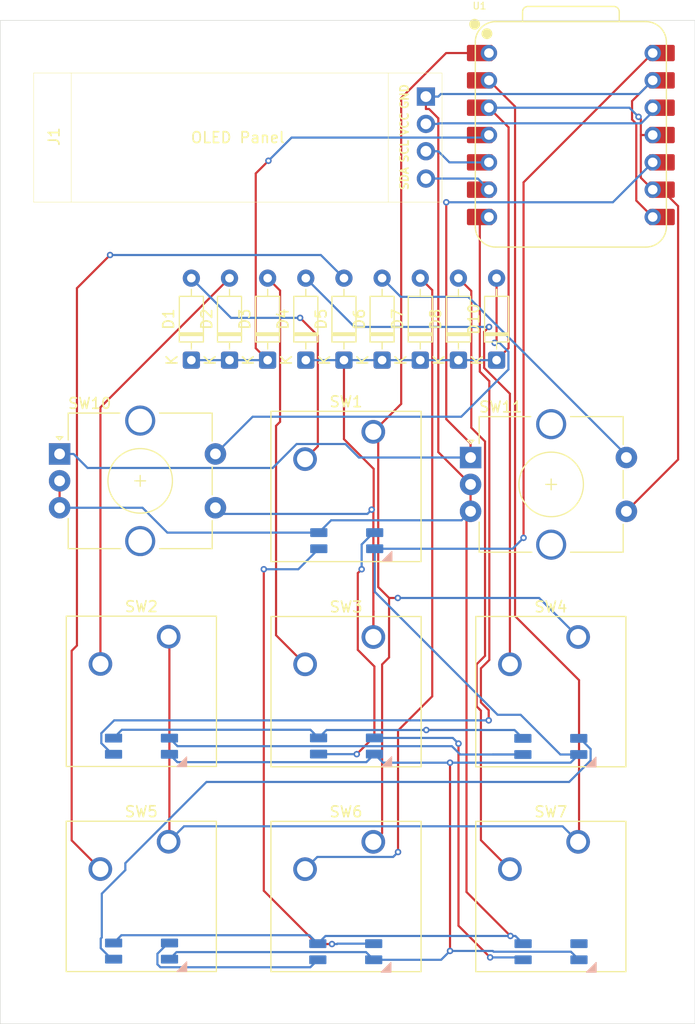
<source format=kicad_pcb>
(kicad_pcb (version 20241229) (generator "pcbnew") (generator_version "9.0")
  (layers (0 "F.Cu" signal) (2 "B.Cu" signal) (13 "F.Paste" user) (15 "B.Paste" user) (5 "F.SilkS" user "F.Silkscreen") (7 "B.SilkS" user "B.Silkscreen") (1 "F.Mask" user) (3 "B.Mask" user) (25 "Edge.Cuts" user))
  (net 0 "")
  (net 1 "Net-(D1-K)")
  (net 2 "Net-(D1-A)")
  (net 3 "Net-(D2-A)")
  (net 4 "Net-(D3-A)")
  (net 5 "Net-(D4-A)")
  (net 6 "Net-(D10-K)")
  (net 7 "Net-(D5-A)")
  (net 8 "Net-(D6-A)")
  (net 9 "Net-(D7-A)")
  (net 10 "Net-(D8-A)")
  (net 11 "Net-(D10-A)")
  (net 12 "+5V")
  (net 13 "GND")
  (net 14 "Net-(D12-DIN)")
  (net 15 "Net-(D12-DOUT)")
  (net 16 "Net-(D13-DOUT)")
  (net 17 "Net-(D14-DOUT)")
  (net 18 "Net-(D15-DOUT)")
  (net 19 "Net-(D16-DOUT)")
  (net 20 "Net-(D17-DOUT)")
  (net 22 "Net-(J1-Pin_2)")
  (net 23 "Net-(J1-Pin_3)")
  (net 24 "Net-(J1-Pin_4)")
  (net 25 "Net-(U1-GPIO26{slash}ADC0{slash}A0)")
  (net 26 "Net-(U1-GPIO27{slash}ADC1{slash}A1)")
  (net 27 "Net-(U1-GPIO4{slash}MISO)")
  (footprint "Diode_THT:D_DO-35_SOD27_P7.62mm_Horizontal" (layer "F.Cu") (at 106.07 65.45 90)
    (property "Reference" "D7" (at 3.81 -2.12 90) (layer "F.SilkS"))
    (property "Value" "1N4148")
    (fp_text user "K" (at 0 -1.8 90) (layer "F.SilkS"))
    (pad "1" thru_hole roundrect (at 0 0 90) (size 1.6 1.6) (drill 0.8) (layers "*.Cu" "*.Mask") (roundrect_rratio 0.15625) (net 6 "Net-(D10-K)"))
    (pad "2" thru_hole circle (at 7.62 0 90) (size 1.6 1.6) (drill 0.8) (layers "*.Cu" "*.Mask") (net 9 "Net-(D7-A)"))
  )
  (footprint "Diode_THT:D_DO-35_SOD27_P7.62mm_Horizontal" (layer "F.Cu") (at 95.42 65.45 90)
    (property "Reference" "D4" (at 3.81 -2.12 90) (layer "F.SilkS"))
    (property "Value" "1N4148")
    (fp_text user "K" (at 0 -1.8 90) (layer "F.SilkS"))
    (pad "1" thru_hole roundrect (at 0 0 90) (size 1.6 1.6) (drill 0.8) (layers "*.Cu" "*.Mask") (roundrect_rratio 0.15625) (net 6 "Net-(D10-K)"))
    (pad "2" thru_hole circle (at 7.62 0 90) (size 1.6 1.6) (drill 0.8) (layers "*.Cu" "*.Mask") (net 5 "Net-(D4-A)"))
  )
  (footprint "Diode_THT:D_DO-35_SOD27_P7.62mm_Horizontal" (layer "F.Cu") (at 91.87 65.45 90)
    (property "Reference" "D3" (at 3.81 -2.12 90) (layer "F.SilkS"))
    (property "Value" "1N4148")
    (fp_text user "K" (at 0 -1.8 90) (layer "F.SilkS"))
    (pad "1" thru_hole roundrect (at 0 0 90) (size 1.6 1.6) (drill 0.8) (layers "*.Cu" "*.Mask") (roundrect_rratio 0.15625) (net 1 "Net-(D1-K)"))
    (pad "2" thru_hole circle (at 7.62 0 90) (size 1.6 1.6) (drill 0.8) (layers "*.Cu" "*.Mask") (net 4 "Net-(D3-A)"))
  )
  (footprint "Diode_THT:D_DO-35_SOD27_P7.62mm_Horizontal" (layer "F.Cu") (at 88.32 65.45 90)
    (property "Reference" "D2" (at 3.81 -2.12 90) (layer "F.SilkS"))
    (property "Value" "1N4148")
    (fp_text user "K" (at 0 -1.8 90) (layer "F.SilkS"))
    (pad "1" thru_hole roundrect (at 0 0 90) (size 1.6 1.6) (drill 0.8) (layers "*.Cu" "*.Mask") (roundrect_rratio 0.15625) (net 1 "Net-(D1-K)"))
    (pad "2" thru_hole circle (at 7.62 0 90) (size 1.6 1.6) (drill 0.8) (layers "*.Cu" "*.Mask") (net 3 "Net-(D2-A)"))
  )
  (footprint "Diode_THT:D_DO-35_SOD27_P7.62mm_Horizontal" (layer "F.Cu") (at 109.62 65.45 90)
    (property "Reference" "D8" (at 3.81 -2.12 90) (layer "F.SilkS"))
    (property "Value" "1N4148")
    (fp_text user "K" (at 0 -1.8 90) (layer "F.SilkS"))
    (pad "1" thru_hole roundrect (at 0 0 90) (size 1.6 1.6) (drill 0.8) (layers "*.Cu" "*.Mask") (roundrect_rratio 0.15625) (net 6 "Net-(D10-K)"))
    (pad "2" thru_hole circle (at 7.62 0 90) (size 1.6 1.6) (drill 0.8) (layers "*.Cu" "*.Mask") (net 10 "Net-(D8-A)"))
  )
  (footprint "Diode_THT:D_DO-35_SOD27_P7.62mm_Horizontal" (layer "F.Cu") (at 98.97 65.45 90)
    (property "Reference" "D5" (at 3.81 -2.12 90) (layer "F.SilkS"))
    (property "Value" "1N4148")
    (fp_text user "K" (at 0 -1.8 90) (layer "F.SilkS"))
    (pad "1" thru_hole roundrect (at 0 0 90) (size 1.6 1.6) (drill 0.8) (layers "*.Cu" "*.Mask") (roundrect_rratio 0.15625) (net 6 "Net-(D10-K)"))
    (pad "2" thru_hole circle (at 7.62 0 90) (size 1.6 1.6) (drill 0.8) (layers "*.Cu" "*.Mask") (net 7 "Net-(D5-A)"))
  )
  (footprint "Button_Switch_Keyboard:SW_Cherry_MX_1.00u_PCB" (layer "F.Cu") (at 120.76 110.22)
    (property "Reference" "SW7" (at -2.54 -2.794 0) (layer "F.SilkS"))
    (property "Value" "SW_Push")
    (pad "" np_thru_hole circle (at -7.62 5.08) (size 1.7 1.7) (drill 1.7) (layers "*.Cu" "*.Mask"))
    (pad "" np_thru_hole circle (at -2.54 5.08) (size 4 4) (drill 4) (layers "*.Cu" "*.Mask"))
    (pad "" np_thru_hole circle (at 2.54 5.08) (size 1.7 1.7) (drill 1.7) (layers "*.Cu" "*.Mask"))
    (pad "1" thru_hole circle (at 0 0) (size 2.2 2.2) (drill 1.5) (layers "*.Cu" "*.Mask") (net 26 "Net-(U1-GPIO27{slash}ADC1{slash}A1)"))
    (pad "2" thru_hole circle (at -6.35 2.54) (size 2.2 2.2) (drill 1.5) (layers "*.Cu" "*.Mask") (net 10 "Net-(D8-A)"))
  )
  (footprint "leds:MX_SK6812MINI-E" (layer "F.Cu") (at 99.23 77.15)
    (property "Reference" "D16" (hide yes))
    (property "Value" "SK6812")
    (pad "1" smd roundrect (at -2.6 4.329999 270) (size 0.82 1.6) (layers "B.Cu" "B.Mask" "B.Paste") (roundrect_rratio 0.1) (net 13 "GND"))
    (pad "2" smd roundrect (at -2.6 5.829999 270) (size 0.82 1.6) (layers "B.Cu" "B.Mask" "B.Paste") (roundrect_rratio 0.1) (net 18 "Net-(D15-DOUT)"))
    (pad "3" smd roundrect (at 2.6 5.829999 270) (size 0.82 1.6) (layers "B.Cu" "B.Mask" "B.Paste") (roundrect_rratio 0.1) (net 12 "+5V"))
    (pad "4" smd roundrect (at 2.6 4.329999 270) (size 0.82 1.6) (layers "B.Cu" "B.Mask" "B.Paste") (roundrect_rratio 0.1) (net 19 "Net-(D16-DOUT)"))
  )
  (footprint "Diode_THT:D_DO-35_SOD27_P7.62mm_Horizontal" (layer "F.Cu") (at 84.77 65.45 90)
    (property "Reference" "D1" (at 3.81 -2.12 90) (layer "F.SilkS"))
    (property "Value" "1N4148")
    (fp_text user "K" (at 0 -1.8 90) (layer "F.SilkS"))
    (pad "1" thru_hole roundrect (at 0 0 90) (size 1.6 1.6) (drill 0.8) (layers "*.Cu" "*.Mask") (roundrect_rratio 0.15625) (net 1 "Net-(D1-K)"))
    (pad "2" thru_hole circle (at 7.62 0 90) (size 1.6 1.6) (drill 0.8) (layers "*.Cu" "*.Mask") (net 2 "Net-(D1-A)"))
  )
  (footprint "OLED:SSD1306-0.91-OLED-4pin-128x32 (2)" (layer "F.Cu") (at 70.095 38.765)
    (property "Reference" "J1" (at 1.9 5.91 90) (layer "F.SilkS"))
    (property "Value" "Conn_01x04_MountingPin")
    (fp_text user "GND" (at 34.5 2.19 270) (layer "F.SilkS") (effects (font (size 0.75 0.75))))
    (fp_text user "SDA" (at 34.5 9.81 270) (layer "F.SilkS") (effects (font (size 0.75 0.75))))
    (fp_text user "VCC" (at 34.5 4.73 270) (layer "F.SilkS") (effects (font (size 0.75 0.75))))
    (fp_text user "OLED Panel" (at 19 6 0) (layer "F.SilkS"))
    (fp_text user "SCL" (at 34.5 7.27 270) (layer "F.SilkS") (effects (font (size 0.75 0.75))))
    (pad "1" thru_hole rect (at 36.5 2.19) (size 1.7 1.7) (drill 1) (layers "*.Cu" "*.Mask") (net 13 "GND"))
    (pad "2" thru_hole oval (at 36.5 4.73) (size 1.7 1.7) (drill 1) (layers "*.Cu" "*.Mask") (net 22 "Net-(J1-Pin_2)"))
    (pad "3" thru_hole oval (at 36.5 7.27) (size 1.7 1.7) (drill 1) (layers "*.Cu" "*.Mask") (net 23 "Net-(J1-Pin_3)"))
    (pad "4" thru_hole oval (at 36.5 9.81) (size 1.7 1.7) (drill 1) (layers "*.Cu" "*.Mask") (net 24 "Net-(J1-Pin_4)"))
  )
  (footprint "Button_Switch_Keyboard:SW_Cherry_MX_1.00u_PCB" (layer "F.Cu") (at 101.7 72.11)
    (property "Reference" "SW1" (at -2.54 -2.794 0) (layer "F.SilkS"))
    (property "Value" "SW_Push")
    (pad "" np_thru_hole circle (at -7.62 5.08) (size 1.7 1.7) (drill 1.7) (layers "*.Cu" "*.Mask"))
    (pad "" np_thru_hole circle (at -2.54 5.08) (size 4 4) (drill 4) (layers "*.Cu" "*.Mask"))
    (pad "" np_thru_hole circle (at 2.54 5.08) (size 1.7 1.7) (drill 1.7) (layers "*.Cu" "*.Mask"))
    (pad "1" thru_hole circle (at 0 0) (size 2.2 2.2) (drill 1.5) (layers "*.Cu" "*.Mask") (net 25 "Net-(U1-GPIO26{slash}ADC0{slash}A0)"))
    (pad "2" thru_hole circle (at -6.35 2.54) (size 2.2 2.2) (drill 1.5) (layers "*.Cu" "*.Mask") (net 2 "Net-(D1-A)"))
  )
  (footprint "Button_Switch_Keyboard:SW_Cherry_MX_1.00u_PCB" (layer "F.Cu") (at 82.66 91.15)
    (property "Reference" "SW2" (at -2.54 -2.794 0) (layer "F.SilkS"))
    (property "Value" "SW_Push")
    (pad "" np_thru_hole circle (at -7.62 5.08) (size 1.7 1.7) (drill 1.7) (layers "*.Cu" "*.Mask"))
    (pad "" np_thru_hole circle (at -2.54 5.08) (size 4 4) (drill 4) (layers "*.Cu" "*.Mask"))
    (pad "" np_thru_hole circle (at 2.54 5.08) (size 1.7 1.7) (drill 1.7) (layers "*.Cu" "*.Mask"))
    (pad "1" thru_hole circle (at 0 0) (size 2.2 2.2) (drill 1.5) (layers "*.Cu" "*.Mask") (net 26 "Net-(U1-GPIO27{slash}ADC1{slash}A1)"))
    (pad "2" thru_hole circle (at -6.35 2.54) (size 2.2 2.2) (drill 1.5) (layers "*.Cu" "*.Mask") (net 3 "Net-(D2-A)"))
  )
  (footprint "Rotary_Encoder:RotaryEncoder_Alps_EC12E-Switch_Vertical_H20mm_CircularMountingHoles" (layer "F.Cu") (at 110.75 74.5)
    (property "Reference" "SW11" (at 2.8 -4.7 0) (layer "F.SilkS"))
    (property "Value" "RotaryEncoder_Switch")
    (pad "A" thru_hole rect (at 0 0) (size 2 2) (drill 1) (layers "*.Cu" "*.Mask") (net 27 "Net-(U1-GPIO4{slash}MISO)"))
    (pad "B" thru_hole circle (at 0 5) (size 2 2) (drill 1) (layers "*.Cu" "*.Mask") (net 13 "GND"))
    (pad "C" thru_hole circle (at 0 2.5) (size 2 2) (drill 1) (layers "*.Cu" "*.Mask") (net 13 "GND"))
    (pad "MP" thru_hole circle (at 7.5 -3.1) (size 2.8 2.8) (drill 2.2) (layers "*.Cu" "*.Mask"))
    (pad "MP" thru_hole circle (at 7.5 8.1) (size 2.8 2.8) (drill 2.2) (layers "*.Cu" "*.Mask"))
    (pad "S1" thru_hole circle (at 14.5 0) (size 2 2) (drill 1) (layers "*.Cu" "*.Mask") (net 8 "Net-(D6-A)"))
    (pad "S2" thru_hole circle (at 14.5 5) (size 2 2) (drill 1) (layers "*.Cu" "*.Mask") (net 6 "Net-(D10-K)"))
  )
  (footprint "Button_Switch_Keyboard:SW_Cherry_MX_1.00u_PCB" (layer "F.Cu") (at 101.7066 91.1822)
    (property "Reference" "SW3" (at -2.54 -2.794 0) (layer "F.SilkS"))
    (property "Value" "SW_Push")
    (pad "" np_thru_hole circle (at -7.62 5.08) (size 1.7 1.7) (drill 1.7) (layers "*.Cu" "*.Mask"))
    (pad "" np_thru_hole circle (at -2.54 5.08) (size 4 4) (drill 4) (layers "*.Cu" "*.Mask"))
    (pad "" np_thru_hole circle (at 2.54 5.08) (size 1.7 1.7) (drill 1.7) (layers "*.Cu" "*.Mask"))
    (pad "1" thru_hole circle (at 0 0) (size 2.2 2.2) (drill 1.5) (layers "*.Cu" "*.Mask") (net 6 "Net-(D10-K)"))
    (pad "2" thru_hole circle (at -6.35 2.54) (size 2.2 2.2) (drill 1.5) (layers "*.Cu" "*.Mask") (net 4 "Net-(D3-A)"))
  )
  (footprint "leds:MX_SK6812MINI-E" (layer "F.Cu") (at 118.2175 96.2725)
    (property "Reference" "D13" (hide yes))
    (property "Value" "SK6812")
    (pad "1" smd roundrect (at -2.6 4.329999 270) (size 0.82 1.6) (layers "B.Cu" "B.Mask" "B.Paste") (roundrect_rratio 0.1) (net 13 "GND"))
    (pad "2" smd roundrect (at -2.6 5.829999 270) (size 0.82 1.6) (layers "B.Cu" "B.Mask" "B.Paste") (roundrect_rratio 0.1) (net 15 "Net-(D12-DOUT)"))
    (pad "3" smd roundrect (at 2.6 5.829999 270) (size 0.82 1.6) (layers "B.Cu" "B.Mask" "B.Paste") (roundrect_rratio 0.1) (net 12 "+5V"))
    (pad "4" smd roundrect (at 2.6 4.329999 270) (size 0.82 1.6) (layers "B.Cu" "B.Mask" "B.Paste") (roundrect_rratio 0.1) (net 16 "Net-(D13-DOUT)"))
  )
  (footprint "Button_Switch_Keyboard:SW_Cherry_MX_1.00u_PCB" (layer "F.Cu") (at 101.7 110.22)
    (property "Reference" "SW6" (at -2.54 -2.794 0) (layer "F.SilkS"))
    (property "Value" "SW_Push")
    (pad "" np_thru_hole circle (at -7.62 5.08) (size 1.7 1.7) (drill 1.7) (layers "*.Cu" "*.Mask"))
    (pad "" np_thru_hole circle (at -2.54 5.08) (size 4 4) (drill 4) (layers "*.Cu" "*.Mask"))
    (pad "" np_thru_hole circle (at 2.54 5.08) (size 1.7 1.7) (drill 1.7) (layers "*.Cu" "*.Mask"))
    (pad "1" thru_hole circle (at 0 0) (size 2.2 2.2) (drill 1.5) (layers "*.Cu" "*.Mask") (net 25 "Net-(U1-GPIO26{slash}ADC0{slash}A0)"))
    (pad "2" thru_hole circle (at -6.35 2.54) (size 2.2 2.2) (drill 1.5) (layers "*.Cu" "*.Mask") (net 9 "Net-(D7-A)"))
  )
  (footprint "leds:MX_SK6812MINI-E" (layer "F.Cu") (at 80.1375 115.2925)
    (property "Reference" "D14" (hide yes))
    (property "Value" "SK6812")
    (pad "1" smd roundrect (at -2.6 4.329999 270) (size 0.82 1.6) (layers "B.Cu" "B.Mask" "B.Paste") (roundrect_rratio 0.1) (net 13 "GND"))
    (pad "2" smd roundrect (at -2.6 5.829999 270) (size 0.82 1.6) (layers "B.Cu" "B.Mask" "B.Paste") (roundrect_rratio 0.1) (net 16 "Net-(D13-DOUT)"))
    (pad "3" smd roundrect (at 2.6 5.829999 270) (size 0.82 1.6) (layers "B.Cu" "B.Mask" "B.Paste") (roundrect_rratio 0.1) (net 12 "+5V"))
    (pad "4" smd roundrect (at 2.6 4.329999 270) (size 0.82 1.6) (layers "B.Cu" "B.Mask" "B.Paste") (roundrect_rratio 0.1) (net 17 "Net-(D14-DOUT)"))
  )
  (footprint "Diode_THT:D_DO-35_SOD27_P7.62mm_Horizontal" (layer "F.Cu") (at 113.17 65.45 90)
    (property "Reference" "D10" (at 3.81 -2.12 90) (layer "F.SilkS"))
    (property "Value" "1N4148")
    (fp_text user "K" (at 0 -1.8 90) (layer "F.SilkS"))
    (pad "1" thru_hole roundrect (at 0 0 90) (size 1.6 1.6) (drill 0.8) (layers "*.Cu" "*.Mask") (roundrect_rratio 0.15625) (net 6 "Net-(D10-K)"))
    (pad "2" thru_hole circle (at 7.62 0 90) (size 1.6 1.6) (drill 0.8) (layers "*.Cu" "*.Mask") (net 11 "Net-(D10-A)"))
  )
  (footprint "leds:MX_SK6812MINI-E" (layer "F.Cu") (at 80.13 96.25)
    (property "Reference" "D12" (hide yes))
    (property "Value" "SK6812")
    (pad "1" smd roundrect (at -2.6 4.329999 270) (size 0.82 1.6) (layers "B.Cu" "B.Mask" "B.Paste") (roundrect_rratio 0.1) (net 13 "GND"))
    (pad "2" smd roundrect (at -2.6 5.829999 270) (size 0.82 1.6) (layers "B.Cu" "B.Mask" "B.Paste") (roundrect_rratio 0.1) (net 14 "Net-(D12-DIN)"))
    (pad "3" smd roundrect (at 2.6 5.829999 270) (size 0.82 1.6) (layers "B.Cu" "B.Mask" "B.Paste") (roundrect_rratio 0.1) (net 12 "+5V"))
    (pad "4" smd roundrect (at 2.6 4.329999 270) (size 0.82 1.6) (layers "B.Cu" "B.Mask" "B.Paste") (roundrect_rratio 0.1) (net 15 "Net-(D12-DOUT)"))
  )
  (footprint "Rotary_Encoder:RotaryEncoder_Alps_EC12E-Switch_Vertical_H20mm_CircularMountingHoles" (layer "F.Cu") (at 72.51 74.17)
    (property "Reference" "SW10" (at 2.8 -4.7 0) (layer "F.SilkS"))
    (property "Value" "RotaryEncoder_Switch")
    (pad "A" thru_hole rect (at 0 0) (size 2 2) (drill 1) (layers "*.Cu" "*.Mask") (net 27 "Net-(U1-GPIO4{slash}MISO)"))
    (pad "B" thru_hole circle (at 0 5) (size 2 2) (drill 1) (layers "*.Cu" "*.Mask") (net 13 "GND"))
    (pad "C" thru_hole circle (at 0 2.5) (size 2 2) (drill 1) (layers "*.Cu" "*.Mask") (net 13 "GND"))
    (pad "MP" thru_hole circle (at 7.5 -3.1) (size 2.8 2.8) (drill 2.2) (layers "*.Cu" "*.Mask"))
    (pad "MP" thru_hole circle (at 7.5 8.1) (size 2.8 2.8) (drill 2.2) (layers "*.Cu" "*.Mask"))
    (pad "S1" thru_hole circle (at 14.5 0) (size 2 2) (drill 1) (layers "*.Cu" "*.Mask") (net 11 "Net-(D10-A)"))
    (pad "S2" thru_hole circle (at 14.5 5) (size 2 2) (drill 1) (layers "*.Cu" "*.Mask") (net 6 "Net-(D10-K)"))
  )
  (footprint "leds:MX_SK6812MINI-E" (layer "F.Cu") (at 99.1375 115.3525)
    (property "Reference" "D15" (hide yes))
    (property "Value" "SK6812")
    (pad "1" smd roundrect (at -2.6 4.329999 270) (size 0.82 1.6) (layers "B.Cu" "B.Mask" "B.Paste") (roundrect_rratio 0.1) (net 13 "GND"))
    (pad "2" smd roundrect (at -2.6 5.829999 270) (size 0.82 1.6) (layers "B.Cu" "B.Mask" "B.Paste") (roundrect_rratio 0.1) (net 17 "Net-(D14-DOUT)"))
    (pad "3" smd roundrect (at 2.6 5.829999 270) (size 0.82 1.6) (layers "B.Cu" "B.Mask" "B.Paste") (roundrect_rratio 0.1) (net 12 "+5V"))
    (pad "4" smd roundrect (at 2.6 4.329999 270) (size 0.82 1.6) (layers "B.Cu" "B.Mask" "B.Paste") (roundrect_rratio 0.1) (net 18 "Net-(D15-DOUT)"))
  )
  (footprint "Button_Switch_Keyboard:SW_Cherry_MX_1.00u_PCB" (layer "F.Cu") (at 82.65 110.21)
    (property "Reference" "SW5" (at -2.54 -2.794 0) (layer "F.SilkS"))
    (property "Value" "SW_Push")
    (pad "" np_thru_hole circle (at -7.62 5.08) (size 1.7 1.7) (drill 1.7) (layers "*.Cu" "*.Mask"))
    (pad "" np_thru_hole circle (at -2.54 5.08) (size 4 4) (drill 4) (layers "*.Cu" "*.Mask"))
    (pad "" np_thru_hole circle (at 2.54 5.08) (size 1.7 1.7) (drill 1.7) (layers "*.Cu" "*.Mask"))
    (pad "1" thru_hole circle (at 0 0) (size 2.2 2.2) (drill 1.5) (layers "*.Cu" "*.Mask") (net 26 "Net-(U1-GPIO27{slash}ADC1{slash}A1)"))
    (pad "2" thru_hole circle (at -6.35 2.54) (size 2.2 2.2) (drill 1.5) (layers "*.Cu" "*.Mask") (net 7 "Net-(D5-A)"))
  )
  (footprint "Button_Switch_Keyboard:SW_Cherry_MX_1.00u_PCB" (layer "F.Cu") (at 120.76 91.18)
    (property "Reference" "SW4" (at -2.54 -2.794 0) (layer "F.SilkS"))
    (property "Value" "SW_Push")
    (pad "" np_thru_hole circle (at -7.62 5.08) (size 1.7 1.7) (drill 1.7) (layers "*.Cu" "*.Mask"))
    (pad "" np_thru_hole circle (at -2.54 5.08) (size 4 4) (drill 4) (layers "*.Cu" "*.Mask"))
    (pad "" np_thru_hole circle (at 2.54 5.08) (size 1.7 1.7) (drill 1.7) (layers "*.Cu" "*.Mask"))
    (pad "1" thru_hole circle (at 0 0) (size 2.2 2.2) (drill 1.5) (layers "*.Cu" "*.Mask") (net 25 "Net-(U1-GPIO26{slash}ADC0{slash}A0)"))
    (pad "2" thru_hole circle (at -6.35 2.54) (size 2.2 2.2) (drill 1.5) (layers "*.Cu" "*.Mask") (net 5 "Net-(D4-A)"))
  )
  (footprint "opl:XIAO-RP2040-DIP" (layer "F.Cu") (at 120.08 44.5285)
    (property "Reference" "U1" (at -8.5 -12 0) (layer "F.SilkS") (effects (font (size 0.635 0.635) (thickness 0.1016))))
    (property "Value" "XIAO-RP2040-DIP")
    (pad "1" smd roundrect (at -8.455 -7.62 180) (size 2.432 1.524) (layers "F.Cu" "F.Mask") (roundrect_rratio 0.1) (net 25 "Net-(U1-GPIO26{slash}ADC0{slash}A0)"))
    (pad "1" thru_hole circle (at -7.62 -7.62 180) (size 1.524 1.524) (drill 0.889) (layers "*.Cu" "*.Mask") (net 25 "Net-(U1-GPIO26{slash}ADC0{slash}A0)"))
    (pad "2" smd roundrect (at -8.455 -5.08 180) (size 2.432 1.524) (layers "F.Cu" "F.Mask") (roundrect_rratio 0.1) (net 26 "Net-(U1-GPIO27{slash}ADC1{slash}A1)"))
    (pad "2" thru_hole circle (at -7.62 -5.08 180) (size 1.524 1.524) (drill 0.889) (layers "*.Cu" "*.Mask") (net 26 "Net-(U1-GPIO27{slash}ADC1{slash}A1)"))
    (pad "3" smd roundrect (at -8.455 -2.54 180) (size 2.432 1.524) (layers "F.Cu" "F.Mask") (roundrect_rratio 0.1) (net 6 "Net-(D10-K)"))
    (pad "3" thru_hole circle (at -7.62 -2.54 180) (size 1.524 1.524) (drill 0.889) (layers "*.Cu" "*.Mask") (net 6 "Net-(D10-K)"))
    (pad "4" smd roundrect (at -8.455 0 180) (size 2.432 1.524) (layers "F.Cu" "F.Mask") (roundrect_rratio 0.1) (net 1 "Net-(D1-K)"))
    (pad "4" thru_hole circle (at -7.62 0 180) (size 1.524 1.524) (drill 0.889) (layers "*.Cu" "*.Mask") (net 1 "Net-(D1-K)"))
    (pad "5" smd roundrect (at -8.455 2.54 180) (size 2.432 1.524) (layers "F.Cu" "F.Mask") (roundrect_rratio 0.1) (net 23 "Net-(J1-Pin_3)"))
    (pad "5" thru_hole circle (at -7.62 2.54 180) (size 1.524 1.524) (drill 0.889) (layers "*.Cu" "*.Mask") (net 23 "Net-(J1-Pin_3)"))
    (pad "6" smd roundrect (at -8.455 5.08 180) (size 2.432 1.524) (layers "F.Cu" "F.Mask") (roundrect_rratio 0.1) (net 24 "Net-(J1-Pin_4)"))
    (pad "6" thru_hole circle (at -7.62 5.08 180) (size 1.524 1.524) (drill 0.889) (layers "*.Cu" "*.Mask") (net 24 "Net-(J1-Pin_4)"))
    (pad "7" smd roundrect (at -8.455 7.62 180) (size 2.432 1.524) (layers "F.Cu" "F.Mask") (roundrect_rratio 0.1) (net 14 "Net-(D12-DIN)"))
    (pad "7" thru_hole circle (at -7.62 7.62 180) (size 1.524 1.524) (drill 0.889) (layers "*.Cu" "*.Mask") (net 14 "Net-(D12-DIN)"))
    (pad "8" thru_hole circle (at 7.62 7.62) (size 1.524 1.524) (drill 0.889) (layers "*.Cu" "*.Mask") (net 13 "GND"))
    (pad "8" smd roundrect (at 8.455 7.62) (size 2.432 1.524) (layers "F.Cu" "F.Mask") (roundrect_rratio 0.1) (net 13 "GND"))
    (pad "9" thru_hole circle (at 7.62 5.08) (size 1.524 1.524) (drill 0.889) (layers "*.Cu" "*.Mask") (net 6 "Net-(D10-K)"))
    (pad "9" smd roundrect (at 8.455 5.08) (size 2.432 1.524) (layers "F.Cu" "F.Mask") (roundrect_rratio 0.1) (net 6 "Net-(D10-K)"))
    (pad "10" thru_hole circle (at 7.62 2.54) (size 1.524 1.524) (drill 0.889) (layers "*.Cu" "*.Mask") (net 27 "Net-(U1-GPIO4{slash}MISO)"))
    (pad "10" smd roundrect (at 8.455 2.54) (size 2.432 1.524) (layers "F.Cu" "F.Mask") (roundrect_rratio 0.1) (net 27 "Net-(U1-GPIO4{slash}MISO)"))
    (pad "11" thru_hole circle (at 7.62 0) (size 1.524 1.524) (drill 0.889) (layers "*.Cu" "*.Mask") (net 6 "Net-(D10-K)"))
    (pad "11" smd roundrect (at 8.455 0) (size 2.432 1.524) (layers "F.Cu" "F.Mask") (roundrect_rratio 0.1) (net 6 "Net-(D10-K)"))
    (pad "12" thru_hole circle (at 7.62 -2.54) (size 1.524 1.524) (drill 0.889) (layers "*.Cu" "*.Mask") (net 22 "Net-(J1-Pin_2)"))
    (pad "12" smd roundrect (at 8.455 -2.54) (size 2.432 1.524) (layers "F.Cu" "F.Mask") (roundrect_rratio 0.1) (net 22 "Net-(J1-Pin_2)"))
    (pad "13" thru_hole circle (at 7.62 -5.08) (size 1.524 1.524) (drill 0.889) (layers "*.Cu" "*.Mask") (net 13 "GND"))
    (pad "13" smd roundrect (at 8.455 -5.08) (size 2.432 1.524) (layers "F.Cu" "F.Mask") (roundrect_rratio 0.1) (net 13 "GND"))
    (pad "14" thru_hole circle (at 7.62 -7.62) (size 1.524 1.524) (drill 0.889) (layers "*.Cu" "*.Mask") (net 12 "+5V"))
    (pad "14" smd roundrect (at 8.455 -7.62) (size 2.432 1.524) (layers "F.Cu" "F.Mask") (roundrect_rratio 0.1) (net 12 "+5V"))
  )
  (footprint "leds:MX_SK6812MINI-E" (layer "F.Cu") (at 99.2075 96.2325)
    (property "Reference" "D17" (hide yes))
    (property "Value" "SK6812")
    (pad "1" smd roundrect (at -2.6 4.329999 270) (size 0.82 1.6) (layers "B.Cu" "B.Mask" "B.Paste") (roundrect_rratio 0.1) (net 13 "GND"))
    (pad "2" smd roundrect (at -2.6 5.829999 270) (size 0.82 1.6) (layers "B.Cu" "B.Mask" "B.Paste") (roundrect_rratio 0.1) (net 19 "Net-(D16-DOUT)"))
    (pad "3" smd roundrect (at 2.6 5.829999 270) (size 0.82 1.6) (layers "B.Cu" "B.Mask" "B.Paste") (roundrect_rratio 0.1) (net 12 "+5V"))
    (pad "4" smd roundrect (at 2.6 4.329999 270) (size 0.82 1.6) (layers "B.Cu" "B.Mask" "B.Paste") (roundrect_rratio 0.1) (net 20 "Net-(D17-DOUT)"))
  )
  (footprint "Diode_THT:D_DO-35_SOD27_P7.62mm_Horizontal" (layer "F.Cu") (at 102.52 65.45 90)
    (property "Reference" "D6" (at 3.81 -2.12 90) (layer "F.SilkS"))
    (property "Value" "1N4148")
    (fp_text user "K" (at 0 -1.8 90) (layer "F.SilkS"))
    (pad "1" thru_hole roundrect (at 0 0 90) (size 1.6 1.6) (drill 0.8) (layers "*.Cu" "*.Mask") (roundrect_rratio 0.15625) (net 6 "Net-(D10-K)"))
    (pad "2" thru_hole circle (at 7.62 0 90) (size 1.6 1.6) (drill 0.8) (layers "*.Cu" "*.Mask") (net 8 "Net-(D6-A)"))
  )
  (footprint "leds:MX_SK6812MINI-E" (layer "F.Cu") (at 118.2375 115.3525)
    (property "Reference" "D18" (hide yes))
    (property "Value" "SK6812")
    (pad "1" smd roundrect (at -2.6 4.329999 270) (size 0.82 1.6) (layers "B.Cu" "B.Mask" "B.Paste") (roundrect_rratio 0.1) (net 13 "GND"))
    (pad "2" smd roundrect (at -2.6 5.829999 270) (size 0.82 1.6) (layers "B.Cu" "B.Mask" "B.Paste") (roundrect_rratio 0.1) (net 20 "Net-(D17-DOUT)"))
    (pad "3" smd roundrect (at 2.6 5.829999 270) (size 0.82 1.6) (layers "B.Cu" "B.Mask" "B.Paste") (roundrect_rratio 0.1) (net 12 "+5V"))
    (pad "4" smd roundrect (at 2.6 4.329999 270) (size 0.82 1.6) (layers "B.Cu" "B.Mask" "B.Paste") (roundrect_rratio 0.1))
  )
  (gr_rect (start 66.99 33.88) (end 131.63 127.13) (stroke (width 0.05)) (fill no) (layer "Edge.Cuts"))
  (segment (start 111.625 44.5285) (end 112.46 44.5285) (width 0.2) (layer "F.Cu") (net 1))
  (segment (start 91.87 65.45) (end 90.7607 64.3407) (width 0.2) (layer "F.Cu") (net 1))
  (segment (start 90.7607 64.3407) (end 90.7607 48.1004) (width 0.2) (layer "F.Cu") (net 1))
  (segment (start 90.7607 48.1004) (end 91.9421 46.919) (width 0.2) (layer "F.Cu") (net 1))
  (via (at 91.9421 46.919) (size 0.6) (drill 0.3) (layers "F.Cu" "B.Cu") (net 1))
  (segment (start 88.32 65.45) (end 84.77 65.45) (width 0.2) (layer "B.Cu") (net 1))
  (segment (start 91.9421 46.919) (end 94.0961 44.765) (width 0.2) (layer "B.Cu") (net 1))
  (segment (start 91.87 65.45) (end 88.32 65.45) (width 0.2) (layer "B.Cu") (net 1))
  (segment (start 112.224 44.765) (end 112.46 44.5285) (width 0.2) (layer "B.Cu") (net 1))
  (segment (start 94.0961 44.765) (end 112.224 44.765) (width 0.2) (layer "B.Cu") (net 1))
  (segment (start 95.35 74.65) (end 96.5392 73.4608) (width 0.2) (layer "F.Cu") (net 2))
  (segment (start 96.5392 73.4608) (end 96.5392 63.1708) (width 0.2) (layer "F.Cu") (net 2))
  (segment (start 96.5392 63.1708) (end 94.8894 61.521) (width 0.2) (layer "F.Cu") (net 2))
  (via (at 94.8894 61.521) (size 0.6) (drill 0.3) (layers "F.Cu" "B.Cu") (net 2))
  (segment (start 88.461 61.521) (end 84.77 57.83) (width 0.2) (layer "B.Cu") (net 2))
  (segment (start 94.8894 61.521) (end 88.461 61.521) (width 0.2) (layer "B.Cu") (net 2))
  (segment (start 76.31 69.84) (end 88.32 57.83) (width 0.2) (layer "F.Cu") (net 3))
  (segment (start 76.31 93.69) (end 76.31 69.84) (width 0.2) (layer "F.Cu") (net 3))
  (segment (start 93.025 58.985) (end 91.87 57.83) (width 0.2) (layer "F.Cu") (net 4))
  (segment (start 95.3566 93.7222) (end 92.6519 91.0175) (width 0.2) (layer "F.Cu") (net 4))
  (segment (start 92.6519 91.0175) (end 92.6519 71.5558) (width 0.2) (layer "F.Cu") (net 4))
  (segment (start 93.025 71.1827) (end 93.025 58.985) (width 0.2) (layer "F.Cu") (net 4))
  (segment (start 92.6519 71.5558) (end 93.025 71.1827) (width 0.2) (layer "F.Cu") (net 4))
  (segment (start 112.012 62.8213) (end 112.012 66.1731) (width 0.2) (layer "F.Cu") (net 5))
  (segment (start 112.012 66.1731) (end 114.41 68.5715) (width 0.2) (layer "F.Cu") (net 5))
  (segment (start 112.471 62.3619) (end 112.012 62.8213) (width 0.2) (layer "F.Cu") (net 5))
  (segment (start 114.41 68.5715) (end 114.41 93.72) (width 0.2) (layer "F.Cu") (net 5))
  (via (at 112.471 62.3619) (size 0.6) (drill 0.3) (layers "F.Cu" "B.Cu") (net 5))
  (segment (start 99.9519 62.3619) (end 112.471 62.3619) (width 0.2) (layer "B.Cu") (net 5))
  (segment (start 95.42 57.83) (end 99.9519 62.3619) (width 0.2) (layer "B.Cu") (net 5))
  (segment (start 130.061 74.6888) (end 125.25 79.5) (width 0.2) (layer "F.Cu") (net 6))
  (segment (start 127.7 49.6085) (end 126.592 48.5006) (width 0.2) (layer "F.Cu") (net 6))
  (segment (start 101.7066 88.7792) (end 101.7066 91.1822) (width 0.2) (layer "F.Cu") (net 6))
  (segment (start 130.061 51.1347) (end 130.061 74.6888) (width 0.2) (layer "F.Cu") (net 6))
  (segment (start 128.535 49.6085) (end 130.061 51.1347) (width 0.2) (layer "F.Cu") (net 6))
  (segment (start 101.707 88.7788) (end 101.7066 88.7792) (width 0.2) (layer "F.Cu") (net 6))
  (segment (start 126.592 44.5285) (end 126.592 43.0499) (width 0.2) (layer "F.Cu") (net 6))
  (segment (start 101.733 79.3169) (end 101.733 75.5544) (width 0.2) (layer "F.Cu") (net 6))
  (segment (start 126.592 44.5285) (end 127.7 44.5285) (width 0.2) (layer "F.Cu") (net 6))
  (segment (start 112.46 41.9885) (end 111.625 41.9885) (width 0.2) (layer "F.Cu") (net 6))
  (segment (start 101.707 79.3437) (end 101.733 79.3169) (width 0.2) (layer "F.Cu") (net 6))
  (segment (start 112.46 41.9885) (end 114.287 43.8155) (width 0.2) (layer "F.Cu") (net 6))
  (segment (start 101.707 88.7788) (end 101.707 79.3437) (width 0.2) (layer "F.Cu") (net 6))
  (segment (start 98.97 72.791) (end 98.97 65.45) (width 0.2) (layer "F.Cu") (net 6))
  (segment (start 114.287 43.8155) (end 114.287 64.333) (width 0.2) (layer "F.Cu") (net 6))
  (segment (start 128.535 44.5285) (end 127.7 44.5285) (width 0.2) (layer "F.Cu") (net 6))
  (segment (start 127.7 49.6085) (end 128.535 49.6085) (width 0.2) (layer "F.Cu") (net 6))
  (segment (start 114.287 64.333) (end 113.17 65.45) (width 0.2) (layer "F.Cu") (net 6))
  (segment (start 126.592 43.0499) (end 126.38 42.838) (width 0.2) (layer "F.Cu") (net 6))
  (segment (start 101.707 91.1822) (end 101.707 88.7788) (width 0.2) (layer "F.Cu") (net 6))
  (segment (start 126.592 48.5006) (end 126.592 44.5285) (width 0.2) (layer "F.Cu") (net 6))
  (segment (start 101.733 75.5544) (end 98.97 72.791) (width 0.2) (layer "F.Cu") (net 6))
  (segment (start 101.548 79.3437) (end 101.707 79.3437) (width 0.2) (layer "F.Cu") (net 6))
  (via (at 126.38 42.838) (size 0.6) (drill 0.3) (layers "F.Cu" "B.Cu") (net 6))
  (via (at 101.548 79.3437) (size 0.6) (drill 0.3) (layers "F.Cu" "B.Cu") (net 6))
  (segment (start 101.15 79.7417) (end 101.548 79.3437) (width 0.2) (layer "B.Cu") (net 6))
  (segment (start 126.38 42.838) (end 125.531 41.9885) (width 0.2) (layer "B.Cu") (net 6))
  (segment (start 95.42 65.45) (end 98.97 65.45) (width 0.2) (layer "B.Cu") (net 6))
  (segment (start 113.17 65.45) (end 109.62 65.45) (width 0.2) (layer "B.Cu") (net 6))
  (segment (start 87.01 79.17) (end 87.5817 79.7417) (width 0.2) (layer "B.Cu") (net 6))
  (segment (start 106.07 65.45) (end 109.62 65.45) (width 0.2) (layer "B.Cu") (net 6))
  (segment (start 106.07 65.45) (end 102.52 65.45) (width 0.2) (layer "B.Cu") (net 6))
  (segment (start 125.531 41.9885) (end 112.46 41.9885) (width 0.2) (layer "B.Cu") (net 6))
  (segment (start 87.5817 79.7417) (end 101.15 79.7417) (width 0.2) (layer "B.Cu") (net 6))
  (segment (start 102.52 65.45) (end 98.97 65.45) (width 0.2) (layer "B.Cu") (net 6))
  (segment (start 73.6328 110.083) (end 73.6328 92.4672) (width 0.2) (layer "F.Cu") (net 7))
  (segment (start 74.1234 91.9766) (end 74.1234 58.7624) (width 0.2) (layer "F.Cu") (net 7))
  (segment (start 73.6328 92.4672) (end 74.1234 91.9766) (width 0.2) (layer "F.Cu") (net 7))
  (segment (start 76.3 112.75) (end 73.6328 110.083) (width 0.2) (layer "F.Cu") (net 7))
  (segment (start 74.1234 58.7624) (end 77.2056 55.6802) (width 0.2) (layer "F.Cu") (net 7))
  (via (at 77.2056 55.6802) (size 0.6) (drill 0.3) (layers "F.Cu" "B.Cu") (net 7))
  (segment (start 96.8202 55.6802) (end 98.97 57.83) (width 0.2) (layer "B.Cu") (net 7))
  (segment (start 77.2056 55.6802) (end 96.8202 55.6802) (width 0.2) (layer "B.Cu") (net 7))
  (segment (start 125.25 74.5) (end 125.25 74.29) (width 0.2) (layer "B.Cu") (net 8))
  (segment (start 104.257 59.5666) (end 102.52 57.83) (width 0.2) (layer "B.Cu") (net 8))
  (segment (start 110.527 59.5666) (end 104.257 59.5666) (width 0.2) (layer "B.Cu") (net 8))
  (segment (start 125.25 74.29) (end 110.527 59.5666) (width 0.2) (layer "B.Cu") (net 8))
  (segment (start 107.185 96.6957) (end 107.185 58.9446) (width 0.2) (layer "F.Cu") (net 9))
  (segment (start 104.002 111.168) (end 104.002 99.8778) (width 0.2) (layer "F.Cu") (net 9))
  (segment (start 107.185 58.9446) (end 106.07 57.83) (width 0.2) (layer "F.Cu") (net 9))
  (segment (start 104.002 99.8778) (end 107.185 96.6957) (width 0.2) (layer "F.Cu") (net 9))
  (via (at 104.002 111.168) (size 0.6) (drill 0.3) (layers "F.Cu" "B.Cu") (net 9))
  (segment (start 96.4883 111.622) (end 103.549 111.622) (width 0.2) (layer "B.Cu") (net 9))
  (segment (start 95.35 112.76) (end 96.4883 111.622) (width 0.2) (layer "B.Cu") (net 9))
  (segment (start 103.549 111.622) (end 104.002 111.168) (width 0.2) (layer "B.Cu") (net 9))
  (segment (start 111.546 97.8619) (end 111.712 98.0282) (width 0.2) (layer "F.Cu") (net 10))
  (segment (start 111.546 97.8619) (end 111.712 98.0282) (width 0.2) (layer "F.Cu") (net 10))
  (segment (start 109.62 57.83) (end 110.818 59.0283) (width 0.2) (layer "F.Cu") (net 10))
  (segment (start 110.818 71.7298) (end 112.095 73.0069) (width 0.2) (layer "F.Cu") (net 10))
  (segment (start 111.311 97.6265) (end 111.546 97.8619) (width 0.2) (layer "F.Cu") (net 10))
  (segment (start 111.712 98.0282) (end 111.712 110.062) (width 0.2) (layer "F.Cu") (net 10))
  (segment (start 111.311 93.7196) (end 111.311 97.6265) (width 0.2) (layer "F.Cu") (net 10))
  (segment (start 111.712 110.062) (end 114.41 112.76) (width 0.2) (layer "F.Cu") (net 10))
  (segment (start 110.818 59.0283) (end 110.818 71.7298) (width 0.2) (layer "F.Cu") (net 10))
  (segment (start 112.095 73.0069) (end 112.095 92.9348) (width 0.2) (layer "F.Cu") (net 10))
  (segment (start 112.095 92.9348) (end 111.311 93.7196) (width 0.2) (layer "F.Cu") (net 10))
  (segment (start 113.17 63.67) (end 113.17 57.83) (width 0.2) (layer "F.Cu") (net 11))
  (segment (start 112.995 63.8451) (end 113.17 63.67) (width 0.2) (layer "F.Cu") (net 11))
  (via (at 112.995 63.8451) (size 0.6) (drill 0.3) (layers "F.Cu" "B.Cu") (net 11))
  (segment (start 114.275 64.6737) (end 113.447 63.8451) (width 0.2) (layer "B.Cu") (net 11))
  (segment (start 113.447 63.8451) (end 112.995 63.8451) (width 0.2) (layer "B.Cu") (net 11))
  (segment (start 114.275 66.3175) (end 114.275 64.6737) (width 0.2) (layer "B.Cu") (net 11))
  (segment (start 90.4717 70.7083) (end 109.884 70.7083) (width 0.2) (layer "B.Cu") (net 11))
  (segment (start 87.01 74.17) (end 90.4717 70.7083) (width 0.2) (layer "B.Cu") (net 11))
  (segment (start 109.884 70.7083) (end 114.275 66.3175) (width 0.2) (layer "B.Cu") (net 11))
  (segment (start 108.839 102.863) (end 108.839 120.359) (width 0.2) (layer "F.Cu") (net 12))
  (segment (start 127.7 36.9085) (end 128.535 36.9085) (width 0.2) (layer "F.Cu") (net 12))
  (segment (start 115.68 48.9285) (end 115.68 81.9638) (width 0.2) (layer "F.Cu") (net 12))
  (segment (start 127.7 36.9085) (end 115.68 48.9285) (width 0.2) (layer "F.Cu") (net 12))
  (via (at 115.68 81.9638) (size 0.6) (drill 0.3) (layers "F.Cu" "B.Cu") (net 12))
  (via (at 108.839 102.863) (size 0.6) (drill 0.3) (layers "F.Cu" "B.Cu") (net 12))
  (via (at 108.839 120.359) (size 0.6) (drill 0.3) (layers "F.Cu" "B.Cu") (net 12))
  (segment (start 101.808 102.062) (end 101.8075 102.0625) (width 0.2) (layer "B.Cu") (net 12))
  (segment (start 82.7375 121.122) (end 83.3895 120.47) (width 0.2) (layer "B.Cu") (net 12))
  (segment (start 120.057 102.863) (end 108.839 102.863) (width 0.2) (layer "B.Cu") (net 12))
  (segment (start 101.057 102.813) (end 83.463 102.813) (width 0.2) (layer "B.Cu") (net 12))
  (segment (start 102.608 102.863) (end 101.808 102.062) (width 0.2) (layer "B.Cu") (net 12))
  (segment (start 83.3895 120.47) (end 101.026 120.47) (width 0.2) (layer "B.Cu") (net 12))
  (segment (start 108.839 120.359) (end 108.016 121.182) (width 0.2) (layer "B.Cu") (net 12))
  (segment (start 119.104 102.102) (end 120.818 102.102) (width 0.2) (layer "B.Cu") (net 12))
  (segment (start 120.088 120.432) (end 112.896 120.432) (width 0.2) (layer "B.Cu") (net 12))
  (segment (start 101.8075 102.0625) (end 101.057 102.813) (width 0.2) (layer "B.Cu") (net 12))
  (segment (start 120.818 102.102) (end 120.8175 102.1025) (width 0.2) (layer "B.Cu") (net 12))
  (segment (start 108.016 121.182) (end 101.738 121.182) (width 0.2) (layer "B.Cu") (net 12))
  (segment (start 115.68 81.9638) (end 114.664 82.98) (width 0.2) (layer "B.Cu") (net 12))
  (segment (start 112.896 120.432) (end 112.822 120.359) (width 0.2) (layer "B.Cu") (net 12))
  (segment (start 120.8175 102.1025) (end 120.057 102.863) (width 0.2) (layer "B.Cu") (net 12))
  (segment (start 113.268 98.4098) (end 115.411 98.4098) (width 0.2) (layer "B.Cu") (net 12))
  (segment (start 120.838 121.182) (end 120.088 120.432) (width 0.2) (layer "B.Cu") (net 12))
  (segment (start 115.411 98.4098) (end 119.104 102.102) (width 0.2) (layer "B.Cu") (net 12))
  (segment (start 108.839 102.863) (end 102.608 102.863) (width 0.2) (layer "B.Cu") (net 12))
  (segment (start 83.463 102.813) (end 82.73 102.08) (width 0.2) (layer "B.Cu") (net 12))
  (segment (start 101.83 82.98) (end 101.83 86.9718) (width 0.2) (layer "B.Cu") (net 12))
  (segment (start 120.8375 121.1825) (end 120.838 121.182) (width 0.2) (layer "B.Cu") (net 12))
  (segment (start 112.822 120.359) (end 108.839 120.359) (width 0.2) (layer "B.Cu") (net 12))
  (segment (start 101.83 86.9718) (end 113.268 98.4098) (width 0.2) (layer "B.Cu") (net 12))
  (segment (start 101.7375 121.1825) (end 101.738 121.182) (width 0.2) (layer "B.Cu") (net 12))
  (segment (start 101.026 120.47) (end 101.738 121.182) (width 0.2) (layer "B.Cu") (net 12))
  (segment (start 82.7375 121.1225) (end 82.7375 121.122) (width 0.2) (layer "B.Cu") (net 12))
  (segment (start 114.664 82.98) (end 101.83 82.98) (width 0.2) (layer "B.Cu") (net 12))
  (segment (start 110.75 79.5) (end 110.373 79.8769) (width 0.2) (layer "F.Cu") (net 13))
  (segment (start 110.75 77) (end 107.748 73.9982) (width 0.2) (layer "F.Cu") (net 13))
  (segment (start 125.778 41.37) (end 125.778 43.0871) (width 0.2) (layer "F.Cu") (net 13))
  (segment (start 106.595 42.1067) (end 106.595 40.955) (width 0.2) (layer "F.Cu") (net 13))
  (segment (start 110.373 79.8769) (end 110.373 99.8264) (width 0.2) (layer "F.Cu") (net 13))
  (segment (start 127.7 52.1485) (end 128.535 52.1485) (width 0.2) (layer "F.Cu") (net 13))
  (segment (start 110.373 114.882) (end 114.46 118.969) (width 0.2) (layer "F.Cu") (net 13))
  (segment (start 110.373 99.8264) (end 110.373 114.882) (width 0.2) (layer "F.Cu") (net 13))
  (segment (start 106.883 42.1067) (end 106.595 42.1067) (width 0.2) (layer "F.Cu") (net 13))
  (segment (start 126.17 43.4783) (end 126.17 50.6183) (width 0.2) (layer "F.Cu") (net 13))
  (segment (start 125.778 43.0871) (end 126.17 43.4783) (width 0.2) (layer "F.Cu") (net 13))
  (segment (start 127.7 39.4485) (end 125.778 41.37) (width 0.2) (layer "F.Cu") (net 13))
  (segment (start 72.51 79.17) (end 72.51 76.67) (width 0.2) (layer "F.Cu") (net 13))
  (segment (start 126.17 50.6183) (end 127.7 52.1485) (width 0.2) (layer "F.Cu") (net 13))
  (segment (start 110.75 77) (end 110.75 79.5) (width 0.2) (layer "F.Cu") (net 13))
  (segment (start 107.748 73.9982) (end 107.748 42.9719) (width 0.2) (layer "F.Cu") (net 13))
  (segment (start 107.748 42.9719) (end 106.883 42.1067) (width 0.2) (layer "F.Cu") (net 13))
  (segment (start 110.373 99.8264) (end 106.629 99.8264) (width 0.2) (layer "F.Cu") (net 13))
  (segment (start 128.535 39.4485) (end 127.7 39.4485) (width 0.2) (layer "F.Cu") (net 13))
  (via (at 114.46 118.969) (size 0.6) (drill 0.3) (layers "F.Cu" "B.Cu") (net 13))
  (via (at 106.629 99.8264) (size 0.6) (drill 0.3) (layers "F.Cu" "B.Cu") (net 13))
  (segment (start 115.6175 100.6025) (end 115.618 100.602) (width 0.2) (layer "B.Cu") (net 13))
  (segment (start 82.5378 81.48) (end 96.63 81.48) (width 0.2) (layer "B.Cu") (net 13))
  (segment (start 109.914 80.3359) (end 110.75 79.5) (width 0.2) (layer "B.Cu") (net 13))
  (segment (start 77.5375 119.622) (end 78.261 118.899) (width 0.2) (layer "B.Cu") (net 13))
  (segment (start 114.46 118.969) (end 97.2514 118.969) (width 0.2) (layer "B.Cu") (net 13))
  (segment (start 96.63 81.48) (end 97.7741 80.3359) (width 0.2) (layer "B.Cu") (net 13))
  (segment (start 95.754 118.899) (end 96.5375 119.682) (width 0.2) (layer "B.Cu") (net 13))
  (segment (start 96.6075 100.562) (end 97.3436 99.8264) (width 0.2) (layer "B.Cu") (net 13))
  (segment (start 126.43 40.7185) (end 127.7 39.4485) (width 0.2) (layer "B.Cu") (net 13))
  (segment (start 72.51 79.17) (end 80.2278 79.17) (width 0.2) (layer "B.Cu") (net 13))
  (segment (start 96.6075 100.5625) (end 96.6075 100.562) (width 0.2) (layer "B.Cu") (net 13))
  (segment (start 97.3436 99.8264) (end 106.629 99.8264) (width 0.2) (layer "B.Cu") (net 13))
  (segment (start 107.747 40.955) (end 107.983 40.7185) (width 0.2) (layer "B.Cu") (net 13))
  (segment (start 114.924 118.969) (end 115.638 119.682) (width 0.2) (layer "B.Cu") (net 13))
  (segment (start 106.629 99.8264) (end 114.841 99.8264) (width 0.2) (layer "B.Cu") (net 13))
  (segment (start 114.841 99.8264) (end 115.618 100.602) (width 0.2) (layer "B.Cu") (net 13))
  (segment (start 107.983 40.7185) (end 126.43 40.7185) (width 0.2) (layer "B.Cu") (net 13))
  (segment (start 80.2278 79.17) (end 82.5378 81.48) (width 0.2) (layer "B.Cu") (net 13))
  (segment (start 97.2514 118.969) (end 96.5375 119.682) (width 0.2) (layer "B.Cu") (net 13))
  (segment (start 95.8479 99.8029) (end 96.6075 100.562) (width 0.2) (layer "B.Cu") (net 13))
  (segment (start 78.3071 99.8029) (end 95.8479 99.8029) (width 0.2) (layer "B.Cu") (net 13))
  (segment (start 115.6375 119.6825) (end 115.638 119.682) (width 0.2) (layer "B.Cu") (net 13))
  (segment (start 97.7741 80.3359) (end 109.914 80.3359) (width 0.2) (layer "B.Cu") (net 13))
  (segment (start 96.5375 119.6825) (end 96.5375 119.682) (width 0.2) (layer "B.Cu") (net 13))
  (segment (start 114.46 118.969) (end 114.924 118.969) (width 0.2) (layer "B.Cu") (net 13))
  (segment (start 106.595 40.955) (end 107.747 40.955) (width 0.2) (layer "B.Cu") (net 13))
  (segment (start 77.53 100.58) (end 78.3071 99.8029) (width 0.2) (layer "B.Cu") (net 13))
  (segment (start 78.261 118.899) (end 95.754 118.899) (width 0.2) (layer "B.Cu") (net 13))
  (segment (start 77.5375 119.6225) (end 77.5375 119.622) (width 0.2) (layer "B.Cu") (net 13))
  (segment (start 112.437 97.9847) (end 112.437 98.9293) (width 0.2) (layer "F.Cu") (net 14))
  (segment (start 112.497 93.3132) (end 111.712 94.098) (width 0.2) (layer "F.Cu") (net 14))
  (segment (start 111.712 94.098) (end 111.712 97.26) (width 0.2) (layer "F.Cu") (net 14))
  (segment (start 111.61 66.5175) (end 112.497 67.4047) (width 0.2) (layer "F.Cu") (net 14))
  (segment (start 111.61 52.1636) (end 111.61 66.5175) (width 0.2) (layer "F.Cu") (net 14))
  (segment (start 111.625 52.1485) (end 111.61 52.1636) (width 0.2) (layer "F.Cu") (net 14))
  (segment (start 112.497 67.4047) (end 112.497 93.3132) (width 0.2) (layer "F.Cu") (net 14))
  (segment (start 112.46 52.1485) (end 111.625 52.1485) (width 0.2) (layer "F.Cu") (net 14))
  (segment (start 111.712 97.26) (end 112.437 97.9847) (width 0.2) (layer "F.Cu") (net 14))
  (via (at 112.437 98.9293) (size 0.6) (drill 0.3) (layers "F.Cu" "B.Cu") (net 14))
  (segment (start 77.5907 98.9293) (end 112.437 98.9293) (width 0.2) (layer "B.Cu") (net 14))
  (segment (start 76.3941 100.126) (end 77.5907 98.9293) (width 0.2) (layer "B.Cu") (net 14))
  (segment (start 76.3941 101.055) (end 76.3941 100.126) (width 0.2) (layer "B.Cu") (net 14))
  (segment (start 77.53 102.08) (end 77.4192 102.08) (width 0.2) (layer "B.Cu") (net 14))
  (segment (start 77.4192 102.08) (end 76.3941 101.055) (width 0.2) (layer "B.Cu") (net 14))
  (segment (start 112.822 102.102) (end 115.617 102.102) (width 0.2) (layer "B.Cu") (net 15))
  (segment (start 83.48 101.33) (end 109.017 101.33) (width 0.2) (layer "B.Cu") (net 15))
  (segment (start 82.73 100.58) (end 83.48 101.33) (width 0.2) (layer "B.Cu") (net 15))
  (segment (start 109.789 102.102) (end 112.822 102.102) (width 0.2) (layer "B.Cu") (net 15))
  (segment (start 112.822 102.102) (end 115.618 102.102) (width 0.2) (layer "B.Cu") (net 15))
  (segment (start 115.617 102.102) (end 115.6175 102.1025) (width 0.2) (layer "B.Cu") (net 15))
  (segment (start 109.017 101.33) (end 109.789 102.102) (width 0.2) (layer "B.Cu") (net 15))
  (segment (start 78.6277 112.847) (end 76.437 115.038) (width 0.2) (layer "B.Cu") (net 16))
  (segment (start 78.6277 112.2) (end 78.6277 112.847) (width 0.2) (layer "B.Cu") (net 16))
  (segment (start 77.3602 121.122) (end 77.5375 121.122) (width 0.2) (layer "B.Cu") (net 16))
  (segment (start 120.928 100.602) (end 121.92 101.594) (width 0.2) (layer "B.Cu") (net 16))
  (segment (start 76.3374 120.1) (end 77.3602 121.122) (width 0.2) (layer "B.Cu") (net 16))
  (segment (start 121.92 101.594) (end 121.92 102.659) (width 0.2) (layer "B.Cu") (net 16))
  (segment (start 120.818 100.602) (end 120.8175 100.6025) (width 0.2) (layer "B.Cu") (net 16))
  (segment (start 76.3374 119.212) (end 76.3374 120.1) (width 0.2) (layer "B.Cu") (net 16))
  (segment (start 77.5375 121.1225) (end 77.5375 121.122) (width 0.2) (layer "B.Cu") (net 16))
  (segment (start 119.925 104.654) (end 86.1747 104.654) (width 0.2) (layer "B.Cu") (net 16))
  (segment (start 86.1747 104.654) (end 78.6277 112.2) (width 0.2) (layer "B.Cu") (net 16))
  (segment (start 76.437 115.038) (end 76.437 119.112) (width 0.2) (layer "B.Cu") (net 16))
  (segment (start 76.437 119.112) (end 76.3374 119.212) (width 0.2) (layer "B.Cu") (net 16))
  (segment (start 120.818 100.602) (end 120.928 100.602) (width 0.2) (layer "B.Cu") (net 16))
  (segment (start 121.92 102.659) (end 119.925 104.654) (width 0.2) (layer "B.Cu") (net 16))
  (segment (start 96.1896 121.53) (end 96.5375 121.182) (width 0.2) (layer "B.Cu") (net 17))
  (segment (start 82.7375 119.6225) (end 82.7375 119.622) (width 0.2) (layer "B.Cu") (net 17))
  (segment (start 82.6119 119.622) (end 81.6124 120.622) (width 0.2) (layer "B.Cu") (net 17))
  (segment (start 95.8416 121.878) (end 96.1896 121.53) (width 0.2) (layer "B.Cu") (net 17))
  (segment (start 96.5371 121.1825) (end 96.1896 121.53) (width 0.2) (layer "B.Cu") (net 17))
  (segment (start 81.6124 121.602) (end 81.8884 121.878) (width 0.2) (layer "B.Cu") (net 17))
  (segment (start 81.6124 120.622) (end 81.6124 121.602) (width 0.2) (layer "B.Cu") (net 17))
  (segment (start 82.7375 119.622) (end 82.6119 119.622) (width 0.2) (layer "B.Cu") (net 17))
  (segment (start 96.5375 121.1825) (end 96.5371 121.1825) (width 0.2) (layer "B.Cu") (net 17))
  (segment (start 81.8884 121.878) (end 95.8416 121.878) (width 0.2) (layer "B.Cu") (net 17))
  (segment (start 91.5102 114.762) (end 91.5102 84.8842) (width 0.2) (layer "F.Cu") (net 18))
  (segment (start 96.468 119.72) (end 91.5102 114.762) (width 0.2) (layer "F.Cu") (net 18))
  (segment (start 97.8534 119.72) (end 96.468 119.72) (width 0.2) (layer "F.Cu") (net 18))
  (via (at 97.8534 119.72) (size 0.6) (drill 0.3) (layers "F.Cu" "B.Cu") (net 18))
  (via (at 91.5102 84.8842) (size 0.6) (drill 0.3) (layers "F.Cu" "B.Cu") (net 18))
  (segment (start 98.3611 119.682) (end 98.3241 119.72) (width 0.2) (layer "B.Cu") (net 18))
  (segment (start 101.1294 119.682) (end 101.737 119.682) (width 0.2) (layer "B.Cu") (net 18))
  (segment (start 98.3241 119.72) (end 97.8534 119.72) (width 0.2) (layer "B.Cu") (net 18))
  (segment (start 101.1294 119.682) (end 98.3611 119.682) (width 0.2) (layer "B.Cu") (net 18))
  (segment (start 101.738 119.682) (end 101.1294 119.682) (width 0.2) (layer "B.Cu") (net 18))
  (segment (start 101.737 119.682) (end 101.7375 119.6825) (width 0.2) (layer "B.Cu") (net 18))
  (segment (start 91.5102 84.8842) (end 94.7258 84.8842) (width 0.2) (layer "B.Cu") (net 18))
  (segment (start 94.7258 84.8842) (end 96.63 82.98) (width 0.2) (layer "B.Cu") (net 18))
  (segment (start 100.616 84.8842) (end 100.257 85.243) (width 0.2) (layer "F.Cu") (net 19))
  (segment (start 101.802 100.428) (end 100.159 102.072) (width 0.2) (layer "F.Cu") (net 19))
  (segment (start 100.257 85.243) (end 100.257 92.3754) (width 0.2) (layer "F.Cu") (net 19))
  (segment (start 100.257 92.3754) (end 101.802 93.9212) (width 0.2) (layer "F.Cu") (net 19))
  (segment (start 101.802 93.9212) (end 101.802 100.428) (width 0.2) (layer "F.Cu") (net 19))
  (via (at 100.159 102.072) (size 0.6) (drill 0.3) (layers "F.Cu" "B.Cu") (net 19))
  (via (at 100.616 84.8842) (size 0.6) (drill 0.3) (layers "F.Cu" "B.Cu") (net 19))
  (segment (start 96.6075 102.0625) (end 96.6077 102.0623) (width 0.2) (layer "B.Cu") (net 19))
  (segment (start 100.159 102.072) (end 96.6165 102.072) (width 0.2) (layer "B.Cu") (net 19))
  (segment (start 96.6077 102.0623) (end 96.6075 102.062) (width 0.2) (layer "B.Cu") (net 19))
  (segment (start 101.719 81.48) (end 100.616 82.5837) (width 0.2) (layer "B.Cu") (net 19))
  (segment (start 96.6165 102.072) (end 96.6077 102.0623) (width 0.2) (layer "B.Cu") (net 19))
  (segment (start 101.83 81.48) (end 101.719 81.48) (width 0.2) (layer "B.Cu") (net 19))
  (segment (start 100.616 82.5837) (end 100.616 84.8842) (width 0.2) (layer "B.Cu") (net 19))
  (segment (start 109.626 118.014) (end 112.573 120.961) (width 0.2) (layer "F.Cu") (net 20))
  (segment (start 109.626 101.088) (end 109.626 118.014) (width 0.2) (layer "F.Cu") (net 20))
  (via (at 109.626 101.088) (size 0.6) (drill 0.3) (layers "F.Cu" "B.Cu") (net 20))
  (via (at 112.573 120.961) (size 0.6) (drill 0.3) (layers "F.Cu" "B.Cu") (net 20))
  (segment (start 115.6375 121.1825) (end 115.638 121.182) (width 0.2) (layer "B.Cu") (net 20))
  (segment (start 101.808 100.562) (end 109.1 100.562) (width 0.2) (layer "B.Cu") (net 20))
  (segment (start 101.808 100.562) (end 101.8075 100.5625) (width 0.2) (layer "B.Cu") (net 20))
  (segment (start 109.1 100.562) (end 109.626 101.088) (width 0.2) (layer "B.Cu") (net 20))
  (segment (start 115.416 120.961) (end 115.638 121.182) (width 0.2) (layer "B.Cu") (net 20))
  (segment (start 112.573 120.961) (end 115.416 120.961) (width 0.2) (layer "B.Cu") (net 20))
  (segment (start 127.7 41.9885) (end 128.535 41.9885) (width 0.2) (layer "F.Cu") (net 22))
  (segment (start 126.629 43.4397) (end 127.7 42.3691) (width 0.2) (layer "B.Cu") (net 22))
  (segment (start 106.595 43.495) (end 107.747 43.495) (width 0.2) (layer "B.Cu") (net 22))
  (segment (start 107.747 43.495) (end 107.802 43.4397) (width 0.2) (layer "B.Cu") (net 22))
  (segment (start 127.7 42.3691) (end 127.7 41.9885) (width 0.2) (layer "B.Cu") (net 22))
  (segment (start 107.802 43.4397) (end 126.629 43.4397) (width 0.2) (layer "B.Cu") (net 22))
  (segment (start 112.46 47.0685) (end 111.625 47.0685) (width 0.2) (layer "F.Cu") (net 23))
  (segment (start 108.78 47.0685) (end 112.46 47.0685) (width 0.2) (layer "B.Cu") (net 23))
  (segment (start 106.595 46.035) (end 107.747 46.035) (width 0.2) (layer "B.Cu") (net 23))
  (segment (start 107.747 46.035) (end 108.78 47.0685) (width 0.2) (layer "B.Cu") (net 23))
  (segment (start 111.625 49.6085) (end 112.46 49.6085) (width 0.2) (layer "F.Cu") (net 24))
  (segment (start 111.426 48.575) (end 112.46 49.6085) (width 0.2) (layer "B.Cu") (net 24))
  (segment (start 106.595 48.575) (end 111.426 48.575) (width 0.2) (layer "B.Cu") (net 24))
  (segment (start 104.295 41.089) (end 104.295 69.515) (width 0.2) (layer "F.Cu") (net 25))
  (segment (start 103.168 93.0818) (end 102.52 93.7305) (width 0.2) (layer "F.Cu") (net 25))
  (segment (start 103.982 87.5537) (end 103.168 87.5537) (width 0.2) (layer "F.Cu") (net 25))
  (segment (start 102.52 109.4) (end 101.7 110.22) (width 0.2) (layer "F.Cu") (net 25))
  (segment (start 102.158 72.5683) (end 102.158 86.5435) (width 0.2) (layer "F.Cu") (net 25))
  (segment (start 104.295 69.515) (end 101.7 72.11) (width 0.2) (layer "F.Cu") (net 25))
  (segment (start 101.7 72.11) (end 102.158 72.5683) (width 0.2) (layer "F.Cu") (net 25))
  (segment (start 103.168 87.5537) (end 103.168 93.0818) (width 0.2) (layer "F.Cu") (net 25))
  (segment (start 112.46 36.9085) (end 111.625 36.9085) (width 0.2) (layer "F.Cu") (net 25))
  (segment (start 108.476 36.9085) (end 104.295 41.089) (width 0.2) (layer "F.Cu") (net 25))
  (segment (start 102.158 86.5435) (end 103.168 87.5537) (width 0.2) (layer "F.Cu") (net 25))
  (segment (start 102.52 93.7305) (end 102.52 109.4) (width 0.2) (layer "F.Cu") (net 25))
  (segment (start 111.625 36.9085) (end 108.476 36.9085) (width 0.2) (layer "F.Cu") (net 25))
  (via (at 103.982 87.5537) (size 0.6) (drill 0.3) (layers "F.Cu" "B.Cu") (net 25))
  (segment (start 117.134 87.5537) (end 103.982 87.5537) (width 0.2) (layer "B.Cu") (net 25))
  (segment (start 120.76 91.18) (end 117.134 87.5537) (width 0.2) (layer "B.Cu") (net 25))
  (segment (start 120.844 110.136) (end 120.844 95.1922) (width 0.2) (layer "F.Cu") (net 26))
  (segment (start 82.7274 91.2174) (end 82.7274 110.133) (width 0.2) (layer "F.Cu") (net 26))
  (segment (start 82.7274 110.133) (end 82.65 110.21) (width 0.2) (layer "F.Cu") (net 26))
  (segment (start 82.66 91.15) (end 82.7274 91.2174) (width 0.2) (layer "F.Cu") (net 26))
  (segment (start 111.625 39.4485) (end 112.46 39.4485) (width 0.2) (layer "F.Cu") (net 26))
  (segment (start 114.891 89.2387) (end 114.891 41.8793) (width 0.2) (layer "F.Cu") (net 26))
  (segment (start 114.891 41.8793) (end 112.46 39.4485) (width 0.2) (layer "F.Cu") (net 26))
  (segment (start 120.76 110.22) (end 120.844 110.136) (width 0.2) (layer "F.Cu") (net 26))
  (segment (start 120.844 95.1922) (end 114.891 89.2387) (width 0.2) (layer "F.Cu") (net 26))
  (segment (start 119.316 108.776) (end 84.0842 108.776) (width 0.2) (layer "B.Cu") (net 26))
  (segment (start 84.0842 108.776) (end 82.65 110.21) (width 0.2) (layer "B.Cu") (net 26))
  (segment (start 120.76 110.22) (end 119.316 108.776) (width 0.2) (layer "B.Cu") (net 26))
  (segment (start 110.75 73.1983) (end 108.49 70.9381) (width 0.2) (layer "F.Cu") (net 27))
  (segment (start 127.7 47.0685) (end 128.535 47.0685) (width 0.2) (layer "F.Cu") (net 27))
  (segment (start 110.75 74.5) (end 110.75 73.1983) (width 0.2) (layer "F.Cu") (net 27))
  (segment (start 108.49 70.9381) (end 108.49 50.7778) (width 0.2) (layer "F.Cu") (net 27))
  (via (at 108.49 50.7778) (size 0.6) (drill 0.3) (layers "F.Cu" "B.Cu") (net 27))
  (segment (start 100.353 74.5) (end 110.75 74.5) (width 0.2) (layer "B.Cu") (net 27))
  (segment (start 92.3406 75.4717) (end 94.567 73.2453) (width 0.2) (layer "B.Cu") (net 27))
  (segment (start 99.0985 73.2453) (end 100.353 74.5) (width 0.2) (layer "B.Cu") (net 27))
  (segment (start 73.8117 74.17) (end 75.1134 75.4717) (width 0.2) (layer "B.Cu") (net 27))
  (segment (start 94.567 73.2453) (end 99.0985 73.2453) (width 0.2) (layer "B.Cu") (net 27))
  (segment (start 75.1134 75.4717) (end 92.3406 75.4717) (width 0.2) (layer "B.Cu") (net 27))
  (segment (start 72.51 74.17) (end 73.8117 74.17) (width 0.2) (layer "B.Cu") (net 27))
  (segment (start 123.991 50.7778) (end 108.49 50.7778) (width 0.2) (layer "B.Cu") (net 27))
  (segment (start 127.7 47.0685) (end 123.991 50.7778) (width 0.2) (layer "B.Cu") (net 27))
)
</source>
